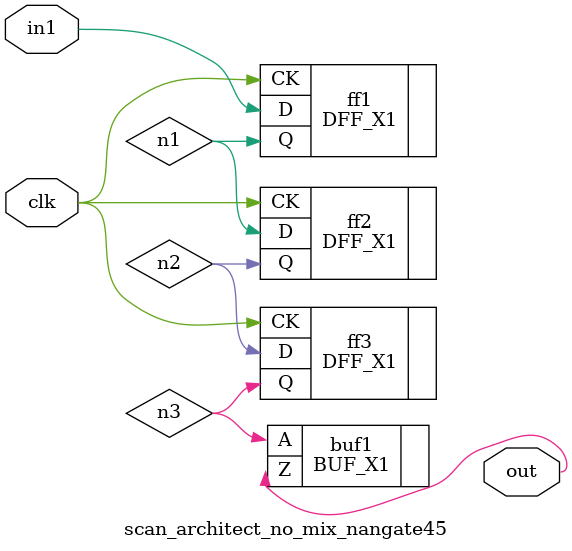
<source format=v>
module scan_architect_no_mix_nangate45 (
    clk,
    in1,
    out);
 input clk;
 input in1;
 output out;

 wire n1;
 wire n2;
 wire n3;

 DFF_X1 ff1 (.D(in1),
    .CK(clk),
    .Q(n1));

 DFF_X1 ff2 (.D(n1),
    .CK(clk),
    .Q(n2));

 DFF_X1 ff3 (.D(n2),
    .CK(clk),
    .Q(n3));

 BUF_X1 buf1 (.A(n3),
    .Z(out));
endmodule

</source>
